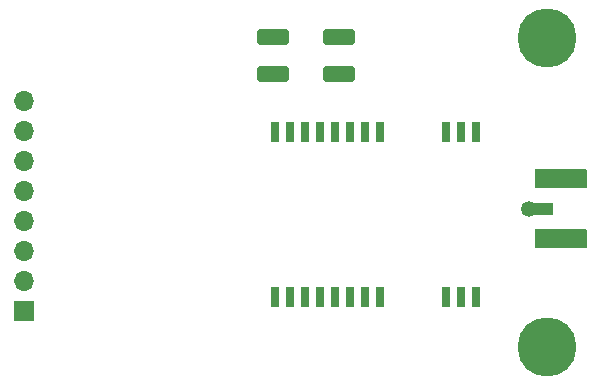
<source format=gbr>
%TF.GenerationSoftware,KiCad,Pcbnew,8.0.2*%
%TF.CreationDate,2024-06-12T11:30:58+02:00*%
%TF.ProjectId,e07-900m10s-breakout,6530372d-3930-4306-9d31-30732d627265,rev?*%
%TF.SameCoordinates,Original*%
%TF.FileFunction,Soldermask,Top*%
%TF.FilePolarity,Negative*%
%FSLAX46Y46*%
G04 Gerber Fmt 4.6, Leading zero omitted, Abs format (unit mm)*
G04 Created by KiCad (PCBNEW 8.0.2) date 2024-06-12 11:30:58*
%MOMM*%
%LPD*%
G01*
G04 APERTURE LIST*
G04 Aperture macros list*
%AMRoundRect*
0 Rectangle with rounded corners*
0 $1 Rounding radius*
0 $2 $3 $4 $5 $6 $7 $8 $9 X,Y pos of 4 corners*
0 Add a 4 corners polygon primitive as box body*
4,1,4,$2,$3,$4,$5,$6,$7,$8,$9,$2,$3,0*
0 Add four circle primitives for the rounded corners*
1,1,$1+$1,$2,$3*
1,1,$1+$1,$4,$5*
1,1,$1+$1,$6,$7*
1,1,$1+$1,$8,$9*
0 Add four rect primitives between the rounded corners*
20,1,$1+$1,$2,$3,$4,$5,0*
20,1,$1+$1,$4,$5,$6,$7,0*
20,1,$1+$1,$6,$7,$8,$9,0*
20,1,$1+$1,$8,$9,$2,$3,0*%
G04 Aperture macros list end*
%ADD10C,0.800000*%
%ADD11C,5.000000*%
%ADD12R,0.800000X1.800000*%
%ADD13RoundRect,0.250000X1.100000X-0.412500X1.100000X0.412500X-1.100000X0.412500X-1.100000X-0.412500X0*%
%ADD14RoundRect,0.109220X0.690880X0.436880X-0.690880X0.436880X-0.690880X-0.436880X0.690880X-0.436880X0*%
%ADD15C,1.346200*%
%ADD16RoundRect,0.038100X-2.159000X-0.762000X2.159000X-0.762000X2.159000X0.762000X-2.159000X0.762000X0*%
%ADD17R,1.700000X1.700000*%
%ADD18O,1.700000X1.700000*%
G04 APERTURE END LIST*
D10*
%TO.C,H3*%
X153120825Y-76763825D03*
X153670000Y-75438000D03*
X153670000Y-78089650D03*
X154995825Y-74888825D03*
D11*
X154995825Y-76763825D03*
D10*
X154995825Y-78638825D03*
X156321650Y-75438000D03*
X156321650Y-78089650D03*
X156870825Y-76763825D03*
%TD*%
D12*
%TO.C,U1*%
X148954000Y-58532000D03*
X147684000Y-58532000D03*
X146414000Y-58532000D03*
X140844000Y-58532000D03*
X139574000Y-58532000D03*
X138304000Y-58532000D03*
X137034000Y-58532000D03*
X135764000Y-58532000D03*
X134494000Y-58532000D03*
X133224000Y-58532000D03*
X131954000Y-58532000D03*
X131954000Y-72532000D03*
X133224000Y-72532000D03*
X134494000Y-72532000D03*
X135764000Y-72532000D03*
X137034000Y-72532000D03*
X138304000Y-72532000D03*
X139574000Y-72532000D03*
X140844000Y-72532000D03*
X146414000Y-72532000D03*
X147684000Y-72532000D03*
X148954000Y-72532000D03*
%TD*%
D13*
%TO.C,C1*%
X131826000Y-53594000D03*
X131826000Y-50469000D03*
%TD*%
D10*
%TO.C,H4*%
X153120825Y-50601825D03*
X153670000Y-49276000D03*
X153670000Y-51927650D03*
X154995825Y-48726825D03*
D11*
X154995825Y-50601825D03*
D10*
X154995825Y-52476825D03*
X156321650Y-49276000D03*
X156321650Y-51927650D03*
X156870825Y-50601825D03*
%TD*%
D14*
%TO.C,J$1*%
X154716750Y-65024000D03*
D15*
X153479500Y-65024000D03*
D16*
X156210000Y-67564000D03*
X156210000Y-62484000D03*
%TD*%
D17*
%TO.C,J1*%
X110744000Y-73660000D03*
D18*
X110744000Y-71120000D03*
X110744000Y-68580000D03*
X110744000Y-66040000D03*
X110744000Y-63500000D03*
X110744000Y-60960000D03*
X110744000Y-58420000D03*
X110744000Y-55880000D03*
%TD*%
D13*
%TO.C,C2*%
X137414000Y-53594000D03*
X137414000Y-50469000D03*
%TD*%
M02*

</source>
